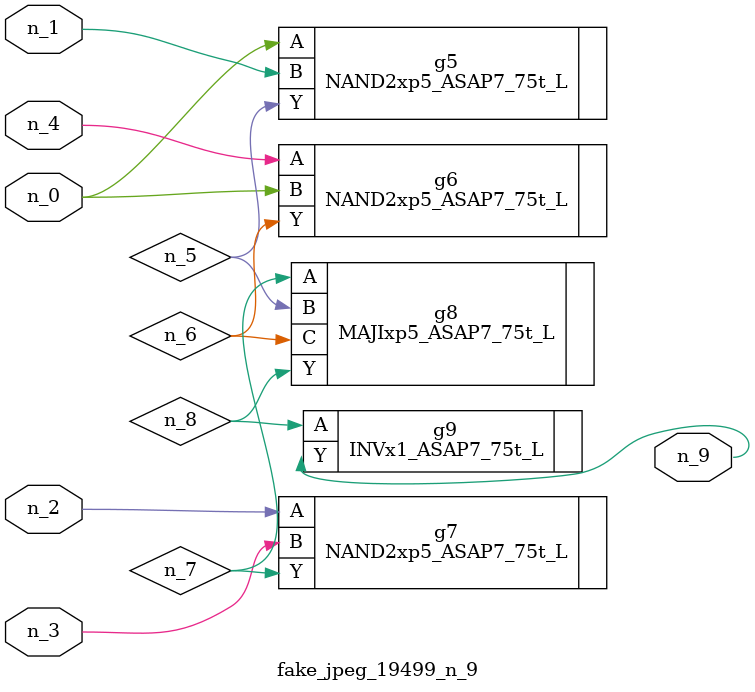
<source format=v>
module fake_jpeg_19499_n_9 (n_3, n_2, n_1, n_0, n_4, n_9);

input n_3;
input n_2;
input n_1;
input n_0;
input n_4;

output n_9;

wire n_8;
wire n_6;
wire n_5;
wire n_7;

NAND2xp5_ASAP7_75t_L g5 ( 
.A(n_0),
.B(n_1),
.Y(n_5)
);

NAND2xp5_ASAP7_75t_L g6 ( 
.A(n_4),
.B(n_0),
.Y(n_6)
);

NAND2xp5_ASAP7_75t_L g7 ( 
.A(n_2),
.B(n_3),
.Y(n_7)
);

MAJIxp5_ASAP7_75t_L g8 ( 
.A(n_7),
.B(n_5),
.C(n_6),
.Y(n_8)
);

INVx1_ASAP7_75t_L g9 ( 
.A(n_8),
.Y(n_9)
);


endmodule
</source>
